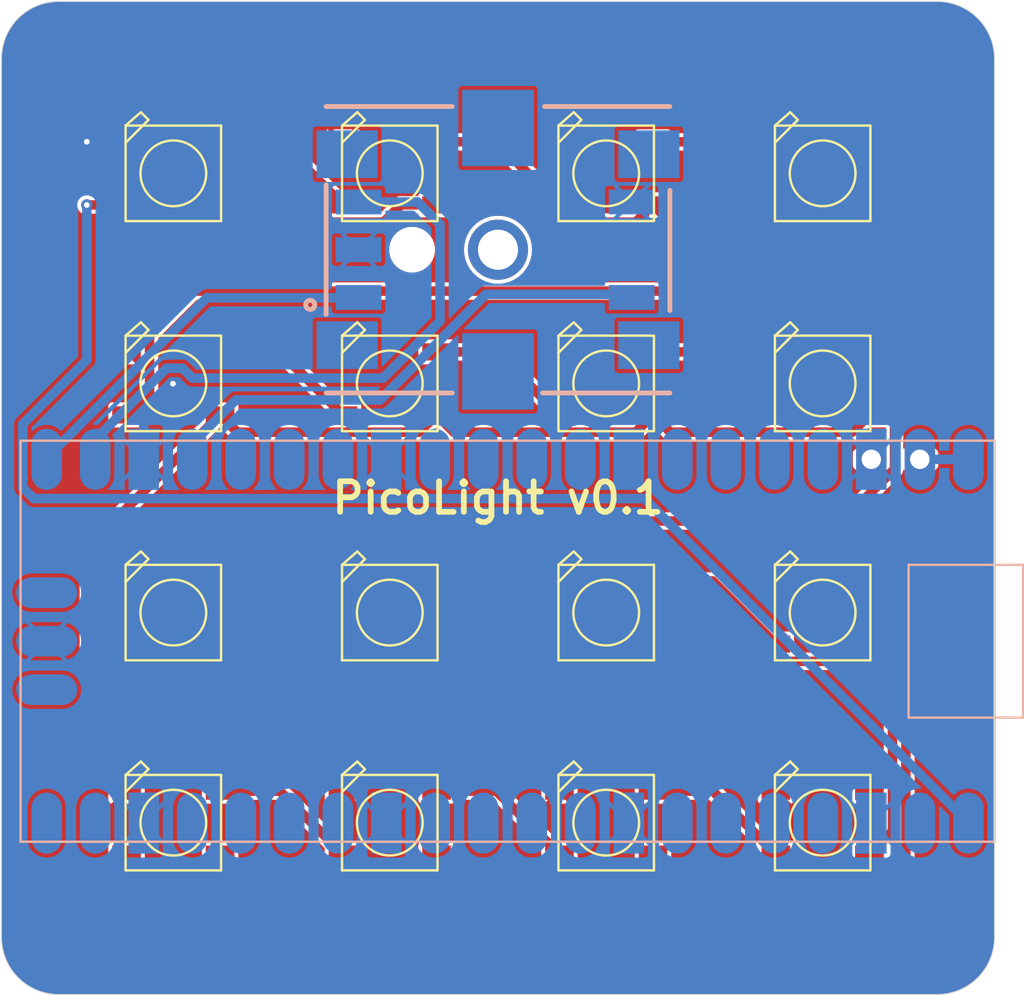
<source format=kicad_pcb>
(kicad_pcb (version 20221018) (generator pcbnew)
  (layers (0 "F.Cu" signal) (31 "B.Cu" signal) (34 "B.Paste" user) (35 "F.Paste" user) (36 "B.SilkS" user "B.Silkscreen") (37 "F.SilkS" user "F.Silkscreen") (38 "B.Mask" user) (39 "F.Mask" user) (44 "Edge.Cuts" user))
  (net 0 "")
  (net 1 "GND")
  (net 2 "/GP0")
  (net 3 "Net-(LED1-DO)")
  (net 4 "/VSYS")
  (net 5 "Net-(LED2-DO)")
  (net 6 "Net-(LED3-DO)")
  (net 7 "Net-(LED4-DO)")
  (net 8 "Net-(LED5-DO)")
  (net 9 "Net-(LED6-DO)")
  (net 10 "Net-(LED7-DO)")
  (net 11 "Net-(LED8-DO)")
  (net 12 "Net-(LED10-DI)")
  (net 13 "Net-(LED10-DO)")
  (net 14 "VCC")
  (net 15 "Net-(LED11-DO)")
  (net 16 "Net-(LED12-DO)")
  (net 17 "Net-(LED13-DO)")
  (net 18 "Net-(LED14-DO)")
  (net 19 "Net-(LED15-DO)")
  (net 38 "/G16")
  (net 39 "/G17")
  (net 40 "/G18")
  (footprint "neopixel_studio_light:WS2812B" (layer "F.Cu") (at 165.501093 99.0036)
    (fp_text reference "LED8" hide)
    (fp_text value "WS2812B5050" hide)
    (fp_line (start -2.5 -2.5) (end -1.6 -2.5) (stroke (width 0.127)) (layer "F.SilkS"))
    (fp_line (start -2.5 -1.6) (end -2.5 -2.5) (stroke (width 0.127)) (layer "F.SilkS"))
    (fp_line (start -2.5 -1.6) (end -1.6 -2.5) (stroke (width 0.127)) (layer "F.SilkS"))
    (fp_line (start -2.5 2.5) (end -2.5 -1.6) (stroke (width 0.127)) (layer "F.SilkS"))
    (fp_line (start -1.7 -3.2) (end -2.5 -2.5) (stroke (width 0.127)) (layer "F.SilkS"))
    (fp_line (start -1.6 -2.5) (end -1.3 -2.8) (stroke (width 0.127)) (layer "F.SilkS"))
    (fp_line (start -1.6 -2.5) (end 2.5 -2.5) (stroke (width 0.127)) (layer "F.SilkS"))
    (fp_line (start -1.3 -2.8) (end -1.7 -3.2) (stroke (width 0.127)) (layer "F.SilkS"))
    (fp_line (start 2.5 -2.5) (end 2.5 2.5) (stroke (width 0.127)) (layer "F.SilkS"))
    (fp_line (start 2.5 2.5) (end -2.5 2.5) (stroke (width 0.127)) (layer "F.SilkS"))
    (fp_circle (center 0 0) (end 1.720462 0) (stroke (width 0.127)) (fill none) (layer "F.SilkS"))
    (pad "1-VDD" smd rect (at 2.45 1.65 180) (size 1.5 0.9) (layers "F.Cu" "F.Paste" "F.Mask") (net 4 "/VSYS"))
    (pad "2-DOUT" smd rect (at 2.45 -1.65 180) (size 1.5 0.9) (layers "F.Cu" "F.Paste" "F.Mask") (net 11 "Net-(LED8-DO)"))
    (pad "3-GND" smd rect (at -2.45 -1.65 180) (size 1.5 0.9) (layers "F.Cu" "F.Paste" "F.Mask") (net 1 "GND"))
    (pad "4-DIN" smd rect (at -2.45 1.65 180) (size 1.5 0.9) (layers "F.Cu" "F.Paste" "F.Mask") (net 10 "Net-(LED7-DO)"))
  )
  (footprint "neopixel_studio_light:WS2812B" (layer "F.Cu") (at 142.834431 99.0036)
    (fp_text reference "LED6" hide)
    (fp_text value "WS2812B5050" hide)
    (fp_line (start -2.5 -2.5) (end -1.6 -2.5) (stroke (width 0.127)) (layer "F.SilkS"))
    (fp_line (start -2.5 -1.6) (end -2.5 -2.5) (stroke (width 0.127)) (layer "F.SilkS"))
    (fp_line (start -2.5 -1.6) (end -1.6 -2.5) (stroke (width 0.127)) (layer "F.SilkS"))
    (fp_line (start -2.5 2.5) (end -2.5 -1.6) (stroke (width 0.127)) (layer "F.SilkS"))
    (fp_line (start -1.7 -3.2) (end -2.5 -2.5) (stroke (width 0.127)) (layer "F.SilkS"))
    (fp_line (start -1.6 -2.5) (end -1.3 -2.8) (stroke (width 0.127)) (layer "F.SilkS"))
    (fp_line (start -1.6 -2.5) (end 2.5 -2.5) (stroke (width 0.127)) (layer "F.SilkS"))
    (fp_line (start -1.3 -2.8) (end -1.7 -3.2) (stroke (width 0.127)) (layer "F.SilkS"))
    (fp_line (start 2.5 -2.5) (end 2.5 2.5) (stroke (width 0.127)) (layer "F.SilkS"))
    (fp_line (start 2.5 2.5) (end -2.5 2.5) (stroke (width 0.127)) (layer "F.SilkS"))
    (fp_circle (center 0 0) (end 1.720462 0) (stroke (width 0.127)) (fill none) (layer "F.SilkS"))
    (pad "1-VDD" smd rect (at 2.45 1.65 180) (size 1.5 0.9) (layers "F.Cu" "F.Paste" "F.Mask") (net 4 "/VSYS"))
    (pad "2-DOUT" smd rect (at 2.45 -1.65 180) (size 1.5 0.9) (layers "F.Cu" "F.Paste" "F.Mask") (net 9 "Net-(LED6-DO)"))
    (pad "3-GND" smd rect (at -2.45 -1.65 180) (size 1.5 0.9) (layers "F.Cu" "F.Paste" "F.Mask") (net 1 "GND"))
    (pad "4-DIN" smd rect (at -2.45 1.65 180) (size 1.5 0.9) (layers "F.Cu" "F.Paste" "F.Mask") (net 8 "Net-(LED5-DO)"))
  )
  (footprint "neopixel_studio_light:WS2812B" (layer "F.Cu") (at 154.167762 111.0036)
    (fp_text reference "LED11" hide)
    (fp_text value "WS2812B5050" hide)
    (fp_line (start -2.5 -2.5) (end -1.6 -2.5) (stroke (width 0.127)) (layer "F.SilkS"))
    (fp_line (start -2.5 -1.6) (end -2.5 -2.5) (stroke (width 0.127)) (layer "F.SilkS"))
    (fp_line (start -2.5 -1.6) (end -1.6 -2.5) (stroke (width 0.127)) (layer "F.SilkS"))
    (fp_line (start -2.5 2.5) (end -2.5 -1.6) (stroke (width 0.127)) (layer "F.SilkS"))
    (fp_line (start -1.7 -3.2) (end -2.5 -2.5) (stroke (width 0.127)) (layer "F.SilkS"))
    (fp_line (start -1.6 -2.5) (end -1.3 -2.8) (stroke (width 0.127)) (layer "F.SilkS"))
    (fp_line (start -1.6 -2.5) (end 2.5 -2.5) (stroke (width 0.127)) (layer "F.SilkS"))
    (fp_line (start -1.3 -2.8) (end -1.7 -3.2) (stroke (width 0.127)) (layer "F.SilkS"))
    (fp_line (start 2.5 -2.5) (end 2.5 2.5) (stroke (width 0.127)) (layer "F.SilkS"))
    (fp_line (start 2.5 2.5) (end -2.5 2.5) (stroke (width 0.127)) (layer "F.SilkS"))
    (fp_circle (center 0 0) (end 1.720462 0) (stroke (width 0.127)) (fill none) (layer "F.SilkS"))
    (pad "1-VDD" smd rect (at 2.45 1.65 180) (size 1.5 0.9) (layers "F.Cu" "F.Paste" "F.Mask") (net 4 "/VSYS"))
    (pad "2-DOUT" smd rect (at 2.45 -1.65 180) (size 1.5 0.9) (layers "F.Cu" "F.Paste" "F.Mask") (net 15 "Net-(LED11-DO)"))
    (pad "3-GND" smd rect (at -2.45 -1.65 180) (size 1.5 0.9) (layers "F.Cu" "F.Paste" "F.Mask") (net 1 "GND"))
    (pad "4-DIN" smd rect (at -2.45 1.65 180) (size 1.5 0.9) (layers "F.Cu" "F.Paste" "F.Mask") (net 13 "Net-(LED10-DO)"))
  )
  (footprint "neopixel_studio_light:WS2812B" (layer "F.Cu") (at 142.834431 122.0036)
    (fp_text reference "LED14" hide)
    (fp_text value "WS2812B5050" hide)
    (fp_line (start -2.5 -2.5) (end -1.6 -2.5) (stroke (width 0.127)) (layer "F.SilkS"))
    (fp_line (start -2.5 -1.6) (end -2.5 -2.5) (stroke (width 0.127)) (layer "F.SilkS"))
    (fp_line (start -2.5 -1.6) (end -1.6 -2.5) (stroke (width 0.127)) (layer "F.SilkS"))
    (fp_line (start -2.5 2.5) (end -2.5 -1.6) (stroke (width 0.127)) (layer "F.SilkS"))
    (fp_line (start -1.7 -3.2) (end -2.5 -2.5) (stroke (width 0.127)) (layer "F.SilkS"))
    (fp_line (start -1.6 -2.5) (end -1.3 -2.8) (stroke (width 0.127)) (layer "F.SilkS"))
    (fp_line (start -1.6 -2.5) (end 2.5 -2.5) (stroke (width 0.127)) (layer "F.SilkS"))
    (fp_line (start -1.3 -2.8) (end -1.7 -3.2) (stroke (width 0.127)) (layer "F.SilkS"))
    (fp_line (start 2.5 -2.5) (end 2.5 2.5) (stroke (width 0.127)) (layer "F.SilkS"))
    (fp_line (start 2.5 2.5) (end -2.5 2.5) (stroke (width 0.127)) (layer "F.SilkS"))
    (fp_circle (center 0 0) (end 1.720462 0) (stroke (width 0.127)) (fill none) (layer "F.SilkS"))
    (pad "1-VDD" smd rect (at 2.45 1.65 180) (size 1.5 0.9) (layers "F.Cu" "F.Paste" "F.Mask") (net 4 "/VSYS"))
    (pad "2-DOUT" smd rect (at 2.45 -1.65 180) (size 1.5 0.9) (layers "F.Cu" "F.Paste" "F.Mask") (net 18 "Net-(LED14-DO)"))
    (pad "3-GND" smd rect (at -2.45 -1.65 180) (size 1.5 0.9) (layers "F.Cu" "F.Paste" "F.Mask") (net 1 "GND"))
    (pad "4-DIN" smd rect (at -2.45 1.65 180) (size 1.5 0.9) (layers "F.Cu" "F.Paste" "F.Mask") (net 17 "Net-(LED13-DO)"))
  )
  (footprint "neopixel_studio_light:WS2812B" (layer "F.Cu") (at 154.167762 88.0036)
    (fp_text reference "LED3" hide)
    (fp_text value "WS2812B5050" hide)
    (fp_line (start -2.5 -2.5) (end -1.6 -2.5) (stroke (width 0.127)) (layer "F.SilkS"))
    (fp_line (start -2.5 -1.6) (end -2.5 -2.5) (stroke (width 0.127)) (layer "F.SilkS"))
    (fp_line (start -2.5 -1.6) (end -1.6 -2.5) (stroke (width 0.127)) (layer "F.SilkS"))
    (fp_line (start -2.5 2.5) (end -2.5 -1.6) (stroke (width 0.127)) (layer "F.SilkS"))
    (fp_line (start -1.7 -3.2) (end -2.5 -2.5) (stroke (width 0.127)) (layer "F.SilkS"))
    (fp_line (start -1.6 -2.5) (end -1.3 -2.8) (stroke (width 0.127)) (layer "F.SilkS"))
    (fp_line (start -1.6 -2.5) (end 2.5 -2.5) (stroke (width 0.127)) (layer "F.SilkS"))
    (fp_line (start -1.3 -2.8) (end -1.7 -3.2) (stroke (width 0.127)) (layer "F.SilkS"))
    (fp_line (start 2.5 -2.5) (end 2.5 2.5) (stroke (width 0.127)) (layer "F.SilkS"))
    (fp_line (start 2.5 2.5) (end -2.5 2.5) (stroke (width 0.127)) (layer "F.SilkS"))
    (fp_circle (center 0 0) (end 1.720462 0) (stroke (width 0.127)) (fill none) (layer "F.SilkS"))
    (pad "1-VDD" smd rect (at 2.45 1.65 180) (size 1.5 0.9) (layers "F.Cu" "F.Paste" "F.Mask") (net 4 "/VSYS"))
    (pad "2-DOUT" smd rect (at 2.45 -1.65 180) (size 1.5 0.9) (layers "F.Cu" "F.Paste" "F.Mask") (net 6 "Net-(LED3-DO)"))
    (pad "3-GND" smd rect (at -2.45 -1.65 180) (size 1.5 0.9) (layers "F.Cu" "F.Paste" "F.Mask") (net 1 "GND"))
    (pad "4-DIN" smd rect (at -2.45 1.65 180) (size 1.5 0.9) (layers "F.Cu" "F.Paste" "F.Mask") (net 5 "Net-(LED2-DO)"))
  )
  (footprint "neopixel_studio_light:1X02" (layer "F.Cu") (at 169.31845 102.978438)
    (fp_text reference "JP1" hide)
    (fp_text value "PINHD-1X2" hide)
    (pad "1" thru_hole roundrect (at -1.27 0 90) (size 1.524 1.524) (drill 1.016) (layers "*.Cu" "*.Mask") (chamfer_ratio 0.2928932188) (chamfer top_left top_right bottom_left bottom_right) (net 1 "GND"))
    (pad "2" thru_hole roundrect (at 1.27 0 90) (size 1.524 1.524) (drill 1.016) (layers "*.Cu" "*.Mask") (chamfer_ratio 0.2928932188) (chamfer top_left top_right bottom_left bottom_right) (net 14 "VCC"))
  )
  (footprint "neopixel_studio_light:WS2812B" (layer "F.Cu") (at 154.167762 99.0036)
    (fp_text reference "LED7" hide)
    (fp_text value "WS2812B5050" hide)
    (fp_line (start -2.5 -2.5) (end -1.6 -2.5) (stroke (width 0.127)) (layer "F.SilkS"))
    (fp_line (start -2.5 -1.6) (end -2.5 -2.5) (stroke (width 0.127)) (layer "F.SilkS"))
    (fp_line (start -2.5 -1.6) (end -1.6 -2.5) (stroke (width 0.127)) (layer "F.SilkS"))
    (fp_line (start -2.5 2.5) (end -2.5 -1.6) (stroke (width 0.127)) (layer "F.SilkS"))
    (fp_line (start -1.7 -3.2) (end -2.5 -2.5) (stroke (width 0.127)) (layer "F.SilkS"))
    (fp_line (start -1.6 -2.5) (end -1.3 -2.8) (stroke (width 0.127)) (layer "F.SilkS"))
    (fp_line (start -1.6 -2.5) (end 2.5 -2.5) (stroke (width 0.127)) (layer "F.SilkS"))
    (fp_line (start -1.3 -2.8) (end -1.7 -3.2) (stroke (width 0.127)) (layer "F.SilkS"))
    (fp_line (start 2.5 -2.5) (end 2.5 2.5) (stroke (width 0.127)) (layer "F.SilkS"))
    (fp_line (start 2.5 2.5) (end -2.5 2.5) (stroke (width 0.127)) (layer "F.SilkS"))
    (fp_circle (center 0 0) (end 1.720462 0) (stroke (width 0.127)) (fill none) (layer "F.SilkS"))
    (pad "1-VDD" smd rect (at 2.45 1.65 180) (size 1.5 0.9) (layers "F.Cu" "F.Paste" "F.Mask") (net 4 "/VSYS"))
    (pad "2-DOUT" smd rect (at 2.45 -1.65 180) (size 1.5 0.9) (layers "F.Cu" "F.Paste" "F.Mask") (net 10 "Net-(LED7-DO)"))
    (pad "3-GND" smd rect (at -2.45 -1.65 180) (size 1.5 0.9) (layers "F.Cu" "F.Paste" "F.Mask") (net 1 "GND"))
    (pad "4-DIN" smd rect (at -2.45 1.65 180) (size 1.5 0.9) (layers "F.Cu" "F.Paste" "F.Mask") (net 9 "Net-(LED6-DO)"))
  )
  (footprint "neopixel_studio_light:WS2812B" (layer "F.Cu") (at 165.501093 122.0036)
    (fp_text reference "LED16" hide)
    (fp_text value "WS2812B5050" hide)
    (fp_line (start -2.5 -2.5) (end -1.6 -2.5) (stroke (width 0.127)) (layer "F.SilkS"))
    (fp_line (start -2.5 -1.6) (end -2.5 -2.5) (stroke (width 0.127)) (layer "F.SilkS"))
    (fp_line (start -2.5 -1.6) (end -1.6 -2.5) (stroke (width 0.127)) (layer "F.SilkS"))
    (fp_line (start -2.5 2.5) (end -2.5 -1.6) (stroke (width 0.127)) (layer "F.SilkS"))
    (fp_line (start -1.7 -3.2) (end -2.5 -2.5) (stroke (width 0.127)) (layer "F.SilkS"))
    (fp_line (start -1.6 -2.5) (end -1.3 -2.8) (stroke (width 0.127)) (layer "F.SilkS"))
    (fp_line (start -1.6 -2.5) (end 2.5 -2.5) (stroke (width 0.127)) (layer "F.SilkS"))
    (fp_line (start -1.3 -2.8) (end -1.7 -3.2) (stroke (width 0.127)) (layer "F.SilkS"))
    (fp_line (start 2.5 -2.5) (end 2.5 2.5) (stroke (width 0.127)) (layer "F.SilkS"))
    (fp_line (start 2.5 2.5) (end -2.5 2.5) (stroke (width 0.127)) (layer "F.SilkS"))
    (fp_circle (center 0 0) (end 1.720462 0) (stroke (width 0.127)) (fill none) (layer "F.SilkS"))
    (pad "1-VDD" smd rect (at 2.45 1.65 180) (size 1.5 0.9) (layers "F.Cu" "F.Paste" "F.Mask") (net 4 "/VSYS"))
    (pad "2-DOUT" smd rect (at 2.45 -1.65 180) (size 1.5 0.9) (layers "F.Cu" "F.Paste" "F.Mask"))
    (pad "3-GND" smd rect (at -2.45 -1.65 180) (size 1.5 0.9) (layers "F.Cu" "F.Paste" "F.Mask") (net 1 "GND"))
    (pad "4-DIN" smd rect (at -2.45 1.65 180) (size 1.5 0.9) (layers "F.Cu" "F.Paste" "F.Mask") (net 19 "Net-(LED15-DO)"))
  )
  (footprint "neopixel_studio_light:WS2812B" (layer "F.Cu") (at 165.5011 88.0036)
    (fp_text reference "LED4" hide)
    (fp_text value "WS2812B5050" hide)
    (fp_line (start -2.5 -2.5) (end -1.6 -2.5) (stroke (width 0.127)) (layer "F.SilkS"))
    (fp_line (start -2.5 -1.6) (end -2.5 -2.5) (stroke (width 0.127)) (layer "F.SilkS"))
    (fp_line (start -2.5 -1.6) (end -1.6 -2.5) (stroke (width 0.127)) (layer "F.SilkS"))
    (fp_line (start -2.5 2.5) (end -2.5 -1.6) (stroke (width 0.127)) (layer "F.SilkS"))
    (fp_line (start -1.7 -3.2) (end -2.5 -2.5) (stroke (width 0.127)) (layer "F.SilkS"))
    (fp_line (start -1.6 -2.5) (end -1.3 -2.8) (stroke (width 0.127)) (layer "F.SilkS"))
    (fp_line (start -1.6 -2.5) (end 2.5 -2.5) (stroke (width 0.127)) (layer "F.SilkS"))
    (fp_line (start -1.3 -2.8) (end -1.7 -3.2) (stroke (width 0.127)) (layer "F.SilkS"))
    (fp_line (start 2.5 -2.5) (end 2.5 2.5) (stroke (width 0.127)) (layer "F.SilkS"))
    (fp_line (start 2.5 2.5) (end -2.5 2.5) (stroke (width 0.127)) (layer "F.SilkS"))
    (fp_circle (center 0 0) (end 1.720462 0) (stroke (width 0.127)) (fill none) (layer "F.SilkS"))
    (pad "1-VDD" smd rect (at 2.45 1.65 180) (size 1.5 0.9) (layers "F.Cu" "F.Paste" "F.Mask") (net 4 "/VSYS"))
    (pad "2-DOUT" smd rect (at 2.45 -1.65 180) (size 1.5 0.9) (layers "F.Cu" "F.Paste" "F.Mask") (net 7 "Net-(LED4-DO)"))
    (pad "3-GND" smd rect (at -2.45 -1.65 180) (size 1.5 0.9) (layers "F.Cu" "F.Paste" "F.Mask") (net 1 "GND"))
    (pad "4-DIN" smd rect (at -2.45 1.65 180) (size 1.5 0.9) (layers "F.Cu" "F.Paste" "F.Mask") (net 6 "Net-(LED3-DO)"))
  )
  (footprint "neopixel_studio_light:WS2812B" (layer "F.Cu") (at 131.5011 88.0036)
    (fp_text reference "LED1" hide)
    (fp_text value "WS2812B5050" hide)
    (fp_line (start -2.5 -2.5) (end -1.6 -2.5) (stroke (width 0.127)) (layer "F.SilkS"))
    (fp_line (start -2.5 -1.6) (end -2.5 -2.5) (stroke (width 0.127)) (layer "F.SilkS"))
    (fp_line (start -2.5 -1.6) (end -1.6 -2.5) (stroke (width 0.127)) (layer "F.SilkS"))
    (fp_line (start -2.5 2.5) (end -2.5 -1.6) (stroke (width 0.127)) (layer "F.SilkS"))
    (fp_line (start -1.7 -3.2) (end -2.5 -2.5) (stroke (width 0.127)) (layer "F.SilkS"))
    (fp_line (start -1.6 -2.5) (end -1.3 -2.8) (stroke (width 0.127)) (layer "F.SilkS"))
    (fp_line (start -1.6 -2.5) (end 2.5 -2.5) (stroke (width 0.127)) (layer "F.SilkS"))
    (fp_line (start -1.3 -2.8) (end -1.7 -3.2) (stroke (width 0.127)) (layer "F.SilkS"))
    (fp_line (start 2.5 -2.5) (end 2.5 2.5) (stroke (width 0.127)) (layer "F.SilkS"))
    (fp_line (start 2.5 2.5) (end -2.5 2.5) (stroke (width 0.127)) (layer "F.SilkS"))
    (fp_circle (center 0 0) (end 1.720462 0) (stroke (width 0.127)) (fill none) (layer "F.SilkS"))
    (pad "1-VDD" smd rect (at 2.45 1.65 180) (size 1.5 0.9) (layers "F.Cu" "F.Paste" "F.Mask") (net 4 "/VSYS"))
    (pad "2-DOUT" smd rect (at 2.45 -1.65 180) (size 1.5 0.9) (layers "F.Cu" "F.Paste" "F.Mask") (net 3 "Net-(LED1-DO)"))
    (pad "3-GND" smd rect (at -2.45 -1.65 180) (size 1.5 0.9) (layers "F.Cu" "F.Paste" "F.Mask") (net 1 "GND"))
    (pad "4-DIN" smd rect (at -2.45 1.65 180) (size 1.5 0.9) (layers "F.Cu" "F.Paste" "F.Mask") (net 2 "/GP0"))
  )
  (footprint "neopixel_studio_light:WS2812B" (layer "F.Cu") (at 131.5011 111.0036)
    (fp_text reference "LED9" hide)
    (fp_text value "WS2812B5050" hide)
    (fp_line (start -2.5 -2.5) (end -1.6 -2.5) (stroke (width 0.127)) (layer "F.SilkS"))
    (fp_line (start -2.5 -1.6) (end -2.5 -2.5) (stroke (width 0.127)) (layer "F.SilkS"))
    (fp_line (start -2.5 -1.6) (end -1.6 -2.5) (stroke (width 0.127)) (layer "F.SilkS"))
    (fp_line (start -2.5 2.5) (end -2.5 -1.6) (stroke (width 0.127)) (layer "F.SilkS"))
    (fp_line (start -1.7 -3.2) (end -2.5 -2.5) (stroke (width 0.127)) (layer "F.SilkS"))
    (fp_line (start -1.6 -2.5) (end -1.3 -2.8) (stroke (width 0.127)) (layer "F.SilkS"))
    (fp_line (start -1.6 -2.5) (end 2.5 -2.5) (stroke (width 0.127)) (layer "F.SilkS"))
    (fp_line (start -1.3 -2.8) (end -1.7 -3.2) (stroke (width 0.127)) (layer "F.SilkS"))
    (fp_line (start 2.5 -2.5) (end 2.5 2.5) (stroke (width 0.127)) (layer "F.SilkS"))
    (fp_line (start 2.5 2.5) (end -2.5 2.5) (stroke (width 0.127)) (layer "F.SilkS"))
    (fp_circle (center 0 0) (end 1.720462 0) (stroke (width 0.127)) (fill none) (layer "F.SilkS"))
    (pad "1-VDD" smd rect (at 2.45 1.65 180) (size 1.5 0.9) (layers "F.Cu" "F.Paste" "F.Mask") (net 4 "/VSYS"))
    (pad "2-DOUT" smd rect (at 2.45 -1.65 180) (size 1.5 0.9) (layers "F.Cu" "F.Paste" "F.Mask") (net 12 "Net-(LED10-DI)"))
    (pad "3-GND" smd rect (at -2.45 -1.65 180) (size 1.5 0.9) (layers "F.Cu" "F.Paste" "F.Mask") (net 1 "GND"))
    (pad "4-DIN" smd rect (at -2.45 1.65 180) (size 1.5 0.9) (layers "F.Cu" "F.Paste" "F.Mask") (net 11 "Net-(LED8-DO)"))
  )
  (footprint "neopixel_studio_light:WS2812B" (layer "F.Cu") (at 142.834431 111.0036)
    (fp_text reference "LED10" hide)
    (fp_text value "WS2812B5050" hide)
    (fp_line (start -2.5 -2.5) (end -1.6 -2.5) (stroke (width 0.127)) (layer "F.SilkS"))
    (fp_line (start -2.5 -1.6) (end -2.5 -2.5) (stroke (width 0.127)) (layer "F.SilkS"))
    (fp_line (start -2.5 -1.6) (end -1.6 -2.5) (stroke (width 0.127)) (layer "F.SilkS"))
    (fp_line (start -2.5 2.5) (end -2.5 -1.6) (stroke (width 0.127)) (layer "F.SilkS"))
    (fp_line (start -1.7 -3.2) (end -2.5 -2.5) (stroke (width 0.127)) (layer "F.SilkS"))
    (fp_line (start -1.6 -2.5) (end -1.3 -2.8) (stroke (width 0.127)) (layer "F.SilkS"))
    (fp_line (start -1.6 -2.5) (end 2.5 -2.5) (stroke (width 0.127)) (layer "F.SilkS"))
    (fp_line (start -1.3 -2.8) (end -1.7 -3.2) (stroke (width 0.127)) (layer "F.SilkS"))
    (fp_line (start 2.5 -2.5) (end 2.5 2.5) (stroke (width 0.127)) (layer "F.SilkS"))
    (fp_line (start 2.5 2.5) (end -2.5 2.5) (stroke (width 0.127)) (layer "F.SilkS"))
    (fp_circle (center 0 0) (end 1.720462 0) (stroke (width 0.127)) (fill none) (layer "F.SilkS"))
    (pad "1-VDD" smd rect (at 2.45 1.65 180) (size 1.5 0.9) (layers "F.Cu" "F.Paste" "F.Mask") (net 4 "/VSYS"))
    (pad "2-DOUT" smd rect (at 2.45 -1.65 180) (size 1.5 0.9) (layers "F.Cu" "F.Paste" "F.Mask") (net 13 "Net-(LED10-DO)"))
    (pad "3-GND" smd rect (at -2.45 -1.65 180) (size 1.5 0.9) (layers "F.Cu" "F.Paste" "F.Mask") (net 1 "GND"))
    (pad "4-DIN" smd rect (at -2.45 1.65 180) (size 1.5 0.9) (layers "F.Cu" "F.Paste" "F.Mask") (net 12 "Net-(LED10-DI)"))
  )
  (footprint "neopixel_studio_light:WS2812B" (layer "F.Cu") (at 142.834431 88.0036)
    (fp_text reference "LED2" hide)
    (fp_text value "WS2812B5050" hide)
    (fp_line (start -2.5 -2.5) (end -1.6 -2.5) (stroke (width 0.127)) (layer "F.SilkS"))
    (fp_line (start -2.5 -1.6) (end -2.5 -2.5) (stroke (width 0.127)) (layer "F.SilkS"))
    (fp_line (start -2.5 -1.6) (end -1.6 -2.5) (stroke (width 0.127)) (layer "F.SilkS"))
    (fp_line (start -2.5 2.5) (end -2.5 -1.6) (stroke (width 0.127)) (layer "F.SilkS"))
    (fp_line (start -1.7 -3.2) (end -2.5 -2.5) (stroke (width 0.127)) (layer "F.SilkS"))
    (fp_line (start -1.6 -2.5) (end -1.3 -2.8) (stroke (width 0.127)) (layer "F.SilkS"))
    (fp_line (start -1.6 -2.5) (end 2.5 -2.5) (stroke (width 0.127)) (layer "F.SilkS"))
    (fp_line (start -1.3 -2.8) (end -1.7 -3.2) (stroke (width 0.127)) (layer "F.SilkS"))
    (fp_line (start 2.5 -2.5) (end 2.5 2.5) (stroke (width 0.127)) (layer "F.SilkS"))
    (fp_line (start 2.5 2.5) (end -2.5 2.5) (stroke (width 0.127)) (layer "F.SilkS"))
    (fp_circle (center 0 0) (end 1.720462 0) (stroke (width 0.127)) (fill none) (layer "F.SilkS"))
    (pad "1-VDD" smd rect (at 2.45 1.65 180) (size 1.5 0.9) (layers "F.Cu" "F.Paste" "F.Mask") (net 4 "/VSYS"))
    (pad "2-DOUT" smd rect (at 2.45 -1.65 180) (size 1.5 0.9) (layers "F.Cu" "F.Paste" "F.Mask") (net 5 "Net-(LED2-DO)"))
    (pad "3-GND" smd rect (at -2.45 -1.65 180) (size 1.5 0.9) (layers "F.Cu" "F.Paste" "F.Mask") (net 1 "GND"))
    (pad "4-DIN" smd rect (at -2.45 1.65 180) (size 1.5 0.9) (layers "F.Cu" "F.Paste" "F.Mask") (net 3 "Net-(LED1-DO)"))
  )
  (footprint "neopixel_studio_light:WS2812B" (layer "F.Cu") (at 131.5011 122.0036)
    (fp_text reference "LED13" hide)
    (fp_text value "WS2812B5050" hide)
    (fp_line (start -2.5 -2.5) (end -1.6 -2.5) (stroke (width 0.127)) (layer "F.SilkS"))
    (fp_line (start -2.5 -1.6) (end -2.5 -2.5) (stroke (width 0.127)) (layer "F.SilkS"))
    (fp_line (start -2.5 -1.6) (end -1.6 -2.5) (stroke (width 0.127)) (layer "F.SilkS"))
    (fp_line (start -2.5 2.5) (end -2.5 -1.6) (stroke (width 0.127)) (layer "F.SilkS"))
    (fp_line (start -1.7 -3.2) (end -2.5 -2.5) (stroke (width 0.127)) (layer "F.SilkS"))
    (fp_line (start -1.6 -2.5) (end -1.3 -2.8) (stroke (width 0.127)) (layer "F.SilkS"))
    (fp_line (start -1.6 -2.5) (end 2.5 -2.5) (stroke (width 0.127)) (layer "F.SilkS"))
    (fp_line (start -1.3 -2.8) (end -1.7 -3.2) (stroke (width 0.127)) (layer "F.SilkS"))
    (fp_line (start 2.5 -2.5) (end 2.5 2.5) (stroke (width 0.127)) (layer "F.SilkS"))
    (fp_line (start 2.5 2.5) (end -2.5 2.5) (stroke (width 0.127)) (layer "F.SilkS"))
    (fp_circle (center 0 0) (end 1.720462 0) (stroke (width 0.127)) (fill none) (layer "F.SilkS"))
    (pad "1-VDD" smd rect (at 2.45 1.65 180) (size 1.5 0.9) (layers "F.Cu" "F.Paste" "F.Mask") (net 4 "/VSYS"))
    (pad "2-DOUT" smd rect (at 2.45 -1.65 180) (size 1.5 0.9) (layers "F.Cu" "F.Paste" "F.Mask") (net 17 "Net-(LED13-DO)"))
    (pad "3-GND" smd rect (at -2.45 -1.65 180) (size 1.5 0.9) (layers "F.Cu" "F.Paste" "F.Mask") (net 1 "GND"))
    (pad "4-DIN" smd rect (at -2.45 1.65 180) (size 1.5 0.9) (layers "F.Cu" "F.Paste" "F.Mask") (net 16 "Net-(LED12-DO)"))
  )
  (footprint "neopixel_studio_light:WS2812B" (layer "F.Cu") (at 165.501093 111.0036)
    (fp_text reference "LED12" hide)
    (fp_text value "WS2812B5050" hide)
    (fp_line (start -2.5 -2.5) (end -1.6 -2.5) (stroke (width 0.127)) (layer "F.SilkS"))
    (fp_line (start -2.5 -1.6) (end -2.5 -2.5) (stroke (width 0.127)) (layer "F.SilkS"))
    (fp_line (start -2.5 -1.6) (end -1.6 -2.5) (stroke (width 0.127)) (layer "F.SilkS"))
    (fp_line (start -2.5 2.5) (end -2.5 -1.6) (stroke (width 0.127)) (layer "F.SilkS"))
    (fp_line (start -1.7 -3.2) (end -2.5 -2.5) (stroke (width 0.127)) (layer "F.SilkS"))
    (fp_line (start -1.6 -2.5) (end -1.3 -2.8) (stroke (width 0.127)) (layer "F.SilkS"))
    (fp_line (start -1.6 -2.5) (end 2.5 -2.5) (stroke (width 0.127)) (layer "F.SilkS"))
    (fp_line (start -1.3 -2.8) (end -1.7 -3.2) (stroke (width 0.127)) (layer "F.SilkS"))
    (fp_line (start 2.5 -2.5) (end 2.5 2.5) (stroke (width 0.127)) (layer "F.SilkS"))
    (fp_line (start 2.5 2.5) (end -2.5 2.5) (stroke (width 0.127)) (layer "F.SilkS"))
    (fp_circle (center 0 0) (end 1.720462 0) (stroke (width 0.127)) (fill none) (layer "F.SilkS"))
    (pad "1-VDD" smd rect (at 2.45 1.65 180) (size 1.5 0.9) (layers "F.Cu" "F.Paste" "F.Mask") (net 4 "/VSYS"))
    (pad "2-DOUT" smd rect (at 2.45 -1.65 180) (size 1.5 0.9) (layers "F.Cu" "F.Paste" "F.Mask") (net 16 "Net-(LED12-DO)"))
    (pad "3-GND" smd rect (at -2.45 -1.65 180) (size 1.5 0.9) (layers "F.Cu" "F.Paste" "F.Mask") (net 1 "GND"))
    (pad "4-DIN" smd rect (at -2.45 1.65 180) (size 1.5 0.9) (layers "F.Cu" "F.Paste" "F.Mask") (net 15 "Net-(LED11-DO)"))
  )
  (footprint "neopixel_studio_light:WS2812B" (layer "F.Cu") (at 154.167762 122.0036)
    (fp_text reference "LED15" hide)
    (fp_text value "WS2812B5050" hide)
    (fp_line (start -2.5 -2.5) (end -1.6 -2.5) (stroke (width 0.127)) (layer "F.SilkS"))
    (fp_line (start -2.5 -1.6) (end -2.5 -2.5) (stroke (width 0.127)) (layer "F.SilkS"))
    (fp_line (start -2.5 -1.6) (end -1.6 -2.5) (stroke (width 0.127)) (layer "F.SilkS"))
    (fp_line (start -2.5 2.5) (end -2.5 -1.6) (stroke (width 0.127)) (layer "F.SilkS"))
    (fp_line (start -1.7 -3.2) (end -2.5 -2.5) (stroke (width 0.127)) (layer "F.SilkS"))
    (fp_line (start -1.6 -2.5) (end -1.3 -2.8) (stroke (width 0.127)) (layer "F.SilkS"))
    (fp_line (start -1.6 -2.5) (end 2.5 -2.5) (stroke (width 0.127)) (layer "F.SilkS"))
    (fp_line (start -1.3 -2.8) (end -1.7 -3.2) (stroke (width 0.127)) (layer "F.SilkS"))
    (fp_line (start 2.5 -2.5) (end 2.5 2.5) (stroke (width 0.127)) (layer "F.SilkS"))
    (fp_line (start 2.5 2.5) (end -2.5 2.5) (stroke (width 0.127)) (layer "F.SilkS"))
    (fp_circle (center 0 0) (end 1.720462 0) (stroke (width 0.127)) (fill none) (layer "F.SilkS"))
    (pad "1-VDD" smd rect (at 2.45 1.65 180) (size 1.5 0.9) (layers "F.Cu" "F.Paste" "F.Mask") (net 4 "/VSYS"))
    (pad "2-DOUT" smd rect (at 2.45 -1.65 180) (size 1.5 0.9) (layers "F.Cu" "F.Paste" "F.Mask") (net 19 "Net-(LED15-DO)"))
    (pad "3-GND" smd rect (at -2.45 -1.65 180) (size 1.5 0.9) (layers "F.Cu" "F.Paste" "F.Mask") (net 1 "GND"))
    (pad "4-DIN" smd rect (at -2.45 1.65 180) (size 1.5 0.9) (layers "F.Cu" "F.Paste" "F.Mask") (net 18 "Net-(LED14-DO)"))
  )
  (footprint "neopixel_studio_light:WS2812B" (layer "F.Cu") (at 131.5011 99.0036)
    (fp_text reference "LED5" hide)
    (fp_text value "WS2812B5050" hide)
    (fp_line (start -2.5 -2.5) (end -1.6 -2.5) (stroke (width 0.127)) (layer "F.SilkS"))
    (fp_line (start -2.5 -1.6) (end -2.5 -2.5) (stroke (width 0.127)) (layer "F.SilkS"))
    (fp_line (start -2.5 -1.6) (end -1.6 -2.5) (stroke (width 0.127)) (layer "F.SilkS"))
    (fp_line (start -2.5 2.5) (end -2.5 -1.6) (stroke (width 0.127)) (layer "F.SilkS"))
    (fp_line (start -1.7 -3.2) (end -2.5 -2.5) (stroke (width 0.127)) (layer "F.SilkS"))
    (fp_line (start -1.6 -2.5) (end -1.3 -2.8) (stroke (width 0.127)) (layer "F.SilkS"))
    (fp_line (start -1.6 -2.5) (end 2.5 -2.5) (stroke (width 0.127)) (layer "F.SilkS"))
    (fp_line (start -1.3 -2.8) (end -1.7 -3.2) (stroke (width 0.127)) (layer "F.SilkS"))
    (fp_line (start 2.5 -2.5) (end 2.5 2.5) (stroke (width 0.127)) (layer "F.SilkS"))
    (fp_line (start 2.5 2.5) (end -2.5 2.5) (stroke (width 0.127)) (layer "F.SilkS"))
    (fp_circle (center 0 0) (end 1.720462 0) (stroke (width 0.127)) (fill none) (layer "F.SilkS"))
    (pad "1-VDD" smd rect (at 2.45 1.65 180) (size 1.5 0.9) (layers "F.Cu" "F.Paste" "F.Mask") (net 4 "/VSYS"))
    (pad "2-DOUT" smd rect (at 2.45 -1.65 180) (size 1.5 0.9) (layers "F.Cu" "F.Paste" "F.Mask") (net 8 "Net-(LED5-DO)"))
    (pad "3-GND" smd rect (at -2.45 -1.65 180) (size 1.5 0.9) (layers "F.Cu" "F.Paste" "F.Mask") (net 1 "GND"))
    (pad "4-DIN" smd rect (at -2.45 1.65 180) (size 1.5 0.9) (layers "F.Cu" "F.Paste" "F.Mask") (net 7 "Net-(LED4-DO)"))
  )
  (footprint "neopixel_studio_light:RPI_PICO" (layer "B.Cu") (at 149.0011 112.5036 90)
    (fp_text reference "U$1" hide)
    (fp_text value "RPI_PICO-SMD" hide)
    (fp_line (start -10.5 -25.5) (end -10.5 25.5) (stroke (width 0.127)) (layer "B.SilkS"))
    (fp_line (start -10.5 25.5) (end -4 25.5) (stroke (width 0.127)) (layer "B.SilkS"))
    (fp_line (start -4 21) (end 4 21) (stroke (width 0.127)) (layer "B.SilkS"))
    (fp_line (start -4 25.5) (end -4 21) (stroke (width 0.127)) (layer "B.SilkS"))
    (fp_line (start -4 25.5) (end -4 27) (stroke (width 0.127)) (layer "B.SilkS"))
    (fp_line (start -4 25.5) (end 4 25.5) (stroke (width 0.127)) (layer "B.SilkS"))
    (fp_line (start -4 27) (end 4 27) (stroke (width 0.127)) (layer "B.SilkS"))
    (fp_line (start 4 21) (end 4 25.5) (stroke (width 0.127)) (layer "B.SilkS"))
    (fp_line (start 4 25.5) (end 10.5 25.5) (stroke (width 0.127)) (layer "B.SilkS"))
    (fp_line (start 4 27) (end 4 25.5) (stroke (width 0.127)) (layer "B.SilkS"))
    (fp_line (start 10.5 -25.5) (end -10.5 -25.5) (stroke (width 0.127)) (layer "B.SilkS"))
    (fp_line (start 10.5 25.5) (end 10.5 -25.5) (stroke (width 0.127)) (layer "B.SilkS"))
    (pad "3V3" smd roundrect (at 9.525 13.97) (size 1.6 3.2) (layers "B.Cu" "B.Paste" "B.Mask") (roundrect_rratio 0.5))
    (pad "3V3_EN" smd roundrect (at 9.525 16.51) (size 1.6 3.2) (layers "B.Cu" "B.Paste" "B.Mask") (roundrect_rratio 0.5))
    (pad "ADC_VREF" smd roundrect (at 9.525 11.43) (size 1.6 3.2) (layers "B.Cu" "B.Paste" "B.Mask") (roundrect_rratio 0.5))
    (pad "AGND" smd rect (at 9.525 6.35) (size 1.6 3.2) (layers "B.Cu" "B.Paste" "B.Mask"))
    (pad "GND@1" smd rect (at -9.525 19.05) (size 1.6 3.2) (layers "B.Cu" "B.Paste" "B.Mask") (net 1 "GND"))
    (pad "GND@2" smd rect (at -9.525 6.35) (size 1.6 3.2) (layers "B.Cu" "B.Paste" "B.Mask") (net 1 "GND"))
    (pad "GND@3" smd rect (at -9.525 -6.35) (size 1.6 3.2) (layers "B.Cu" "B.Paste" "B.Mask") (net 1 "GND"))
    (pad "GND@4" smd rect (at -9.525 -19.05) (size 1.6 3.2) (layers "B.Cu" "B.Paste" "B.Mask") (net 1 "GND"))
    (pad "GND@5" smd roundrect (at 0 -24.13 90) (size 1.6 3.2) (layers "B.Cu" "B.Paste" "B.Mask") (roundrect_rratio 0.5) (net 1 "GND"))
    (pad "GND@6" smd rect (at 9.525 -19.05) (size 1.6 3.2) (layers "B.Cu" "B.Paste" "B.Mask") (net 1 "GND"))
    (pad "GND@7" smd rect (at 9.525 -6.35) (size 1.6 3.2) (layers "B.Cu" "B.Paste" "B.Mask") (net 1 "GND"))
    (pad "GND@8" smd rect (at 9.525 19.05) (size 1.6 3.2) (layers "B.Cu" "B.Paste" "B.Mask") (net 1 "GND"))
    (pad "GP0" smd roundrect (at -9.525 24.13) (size 1.6 3.2) (layers "B.Cu" "B.Paste" "B.Mask") (roundrect_rratio 0.5) (net 2 "/GP0"))
    (pad "GP1" smd roundrect (at -9.525 21.59) (size 1.6 3.2) (layers "B.Cu" "B.Paste" "B.Mask") (roundrect_rratio 0.5))
    (pad "GP2" smd roundrect (at -9.525 16.51) (size 1.6 3.2) (layers "B.Cu" "B.Paste" "B.Mask") (roundrect_rratio 0.5))
    (pad "GP3" smd roundrect (at -9.525 13.97) (size 1.6 3.2) (layers "B.Cu" "B.Paste" "B.Mask") (roundrect_rratio 0.5))
    (pad "GP4" smd roundrect (at -9.525 11.43) (size 1.6 3.2) (layers "B.Cu" "B.Paste" "B.Mask") (roundrect_rratio 0.5))
    (pad "GP5" smd roundrect (at -9.525 8.89) (size 1.6 3.2) (layers "B.Cu" "B.Paste" "B.Mask") (roundrect_rratio 0.5))
    (pad "GP6" smd roundrect (at -9.525 3.81) (size 1.6 3.2) (layers "B.Cu" "B.Paste" "B.Mask") (roundrect_rratio 0.5))
    (pad "GP7" smd roundrect (at -9.525 1.27) (size 1.6 3.2) (layers "B.Cu" "B.Paste" "B.Mask") (roundrect_rratio 0.5))
    (pad "GP8" smd roundrect (at -9.525 -1.27) (size 1.6 3.2) (layers "B.Cu" "B.Paste" "B.Mask") (roundrect_rratio 0.5))
    (pad "GP9" smd roundrect (at -9.525 -3.81) (size 1.6 3.2) (layers "B.Cu" "B.Paste" "B.Mask") (roundrect_rratio 0.5))
    (pad "GP10" smd roundrect (at -9.525 -8.89) (size 1.6 3.2) (layers "B.Cu" "B.Paste" "B.Mask") (roundrect_rratio 0.5))
    (pad "GP11" smd roundrect (at -9.525 -11.43) (size 1.6 3.2) (layers "B.Cu" "B.Paste" "B.Mask") (roundrect_rratio 0.5))
    (pad "GP12" smd roundrect (at -9.525 -13.97) (size 1.6 3.2) (layers "B.Cu" "B.Paste" "B.Mask") (roundrect_rratio 0.5))
    (pad "GP13" smd roundrect (at -9.525 -16.51) (size 1.6 3.2) (layers "B.Cu" "B.Paste" "B.Mask") (roundrect_rratio 0.5))
    (pad "GP14" smd roundrect (at -9.525 -21.59) (size 1.6 3.2) (layers "B.Cu" "B.Paste" "B.Mask") (roundrect_rratio 0.5))
    (pad "GP15" smd roundrect (at -9.525 -24.13) (size 1.6 3.2) (layers "B.Cu" "B.Paste" "B.Mask") (roundrect_rratio 0.5))
    (pad "GP16" smd roundrect (at 9.525 -24.13) (size 1.6 3.2) (layers "B.Cu" "B.Paste" "B.Mask") (roundrect_rratio 0.5) (net 38 "/G16"))
    (pad "GP17" smd roundrect (at 9.525 -21.59) (size 1.6 3.2) (layers "B.Cu" "B.Paste" "B.Mask") (roundrect_rratio 0.5) (net 39 "/G17"))
    (pad "GP18" smd roundrect (at 9.525 -16.51) (size 1.6 3.2) (layers "B.Cu" "B.Paste" "B.Mask") (roundrect_rratio 0.5) (net 40 "/G18"))
    (pad "GP19" smd roundrect (at 9.525 -13.97) (size 1.6 3.2) (layers "B.Cu" "B.Paste" "B.Mask") (roundrect_rratio 0.5))
    (pad "GP20" smd roundrect (at 9.525 -11.43) (size 1.6 3.2) (layers "B.Cu" "B.Paste" "B.Mask") (roundrect_rratio 0.5))
    (pad "GP21" smd roundrect (at 9.525 -8.89) (size 1.6 3.2) (layers "B.Cu" "B.Paste" "B.Mask") (roundrect_rratio 0.5))
    (pad "GP22" smd roundrect (at 9.525 -3.81) (size 1.6 3.2) (layers "B.Cu" "B.Paste" "B.Mask") (roundrect_rratio 0.5))
    (pad "GP26_A0" smd roundrect (at 9.525 1.27) (size 1.6 3.2) (layers "B.Cu" "B.Paste" "B.Mask") (roundrect_rratio 0.5))
    (pad "GP27_A1" smd roundrect (at 9.525 3.81) (size 1.6 3.2) (layers "B.Cu" "B.Paste" "B.Mask") (roundrect_rratio 0.5))
    (pad "GP28_A2" smd roundrect (at 9.525 8.89) (size 1.6 3.2) (layers "B.Cu" "B.Paste" "B.Mask") (roundrect_rratio 0.5))
    (pad "RUN" smd roundrect (at 9.525 -1.27) (size 1.6 3.2) (layers "B.Cu" "B.Paste" "B.Mask") (roundrect_rratio 0.5))
    (pad "SWCLK" smd roundrect (at -2.54 -24.13 90) (size 1.6 3.2) (layers "B.Cu" "B.Paste" "B.Mask") (roundrect_rratio 0.5))
    (pad "SWDIO" smd roundrect (at 2.54 -24.13 90) (size 1.6 3.2) (layers "B.Cu" "B.Paste" "B.Mask") (roundrect_rratio 0.5))
    (pad "VBUS" smd roundrect (at 9.525 24.13) (size 1.6 3.2) (layers "B.Cu" "B.Paste" "B.Mask") (roundrect_rratio 0.5) (net 14 "VCC"))
    (pad "VSYS" smd roundrect (at 9.525 21.59) (size 1.6 3.2) (layers "B.Cu" "B.Paste" "B.Mask") (roundrect_rratio 0.5) (net 14 "VCC"))
  )
  (footprint "neopixel_studio_light:EC11J1524413" (layer "B.Cu") (at 148.5011 92.0036 90)
    (fp_text reference "U1" hide)
    (fp_text value "EC11J1524413")
    (fp_line (start -7.5 -9) (end -7.5 -2.397) (stroke (width 0.254)) (layer "B.SilkS"))
    (fp_line (start -7.5 9) (end -7.5 2.336) (stroke (width 0.254)) (layer "B.SilkS"))
    (fp_line (start -3.382 -9) (end 3.391 -9) (stroke (width 0.254)) (layer "B.SilkS"))
    (fp_line (start -3.181 9) (end 3.107 9) (stroke (width 0.254)) (layer "B.SilkS"))
    (fp_line (start 7.5 -9) (end 7.5 -2.397) (stroke (width 0.254)) (layer "B.SilkS"))
    (fp_line (start 7.5 9) (end 7.5 2.442) (stroke (width 0.254)) (layer "B.SilkS"))
    (fp_circle (center -2.887 -9.832) (end -2.775 -9.832) (stroke (width 0.254)) (fill none) (layer "B.SilkS"))
    (pad "" np_thru_hole circle (at 0 -4.5 90) (size 1.9 1.9) (drill 1.9) (layers "*.Cu" "*.Mask"))
    (pad "1" smd rect (at -2.5 -7.3) (size 2.4 1.3) (layers "B.Cu" "B.Paste" "B.Mask") (net 38 "/G16"))
    (pad "2" smd rect (at 2.5 -7.3) (size 2.4 1.3) (layers "B.Cu" "B.Paste" "B.Mask") (net 39 "/G17"))
    (pad "3" smd rect (at 0 -7.3) (size 2.4 1.3) (layers "B.Cu" "B.Paste" "B.Mask") (net 1 "GND"))
    (pad "4" smd rect (at -2.5 7) (size 2.4 1.3) (layers "B.Cu" "B.Paste" "B.Mask") (net 40 "/G18"))
    (pad "5" smd rect (at 2.5 7) (size 2.4 1.3) (layers "B.Cu" "B.Paste" "B.Mask") (net 1 "GND"))
    (pad "6" smd rect (at 5 7.9) (size 3.2 2.5) (layers "B.Cu" "B.Paste" "B.Mask"))
    (pad "7" smd rect (at 6.375 0 90) (size 4 3.75) (layers "B.Cu" "B.Paste" "B.Mask"))
    (pad "8" smd rect (at 5 -7.9) (size 3.2 2.5) (layers "B.Cu" "B.Paste" "B.Mask"))
    (pad "9" smd rect (at -5 -7.9) (size 3.2 2.5) (layers "B.Cu" "B.Paste" "B.Mask"))
    (pad "10" smd rect (at -6.375 0 90) (size 4 3.75) (layers "B.Cu" "B.Paste" "B.Mask"))
    (pad "11" smd rect (at -5 7.9) (size 3.2 2.5) (layers "B.Cu" "B.Paste" "B.Mask"))
    (pad "12" thru_hole circle (at 0 0 90) (size 3.15 3.15) (drill 2.1) (layers "*.Cu" "*.Mask"))
  )
  (gr_line (start 122.5011 128.0036) (end 122.5011 82.0036) (stroke (width 0.05)) (layer "Edge.Cuts"))
  (gr_arc (start 174.5011 128.0036) (mid 173.62242 130.12492) (end 171.5011 131.0036) (stroke (width 0.05)) (layer "Edge.Cuts"))
  (gr_line (start 171.5011 131.0036) (end 125.5011 131.0036) (stroke (width 0.05)) (layer "Edge.Cuts"))
  (gr_arc (start 171.5011 79.0036) (mid 173.62242 79.88228) (end 174.5011 82.0036) (stroke (width 0.05)) (layer "Edge.Cuts"))
  (gr_line (start 174.5011 128.0036) (end 174.5011 82.0036) (stroke (width 0.05)) (layer "Edge.Cuts"))
  (gr_arc (start 125.5011 131.0036) (mid 123.37978 130.12492) (end 122.5011 128.0036) (stroke (width 0.05)) (layer "Edge.Cuts"))
  (gr_arc (start 122.5011 82.0036) (mid 123.37978 79.88228) (end 125.5011 79.0036) (stroke (width 0.05)) (layer "Edge.Cuts"))
  (gr_line (start 171.5011 79.0036) (end 125.5011 79.0036) (stroke (width 0.05)) (layer "Edge.Cuts"))
  (gr_text "PicoLight v0.1" (at 148.5011 105.0036) (layer "F.SilkS") (effects (font (size 1.6 1.6) (thickness 0.3) bold)))
  (segment (start 126.97 86.35) (end 129.0475 86.35) (width 0.5) (layer "F.Cu") (net 1))
  (segment (start 126.9436 86.3536) (end 126.94 86.35) (width 0.5) (layer "F.Cu") (net 1))
  (via (at 126.97 86.35) (size 0.7064) (drill 0.3) (layers "F.Cu" "B.Cu") (net 1))
  (via (at 131.48 99.02) (size 0.7064) (drill 0.3) (layers "F.Cu" "B.Cu") (net 1))
  (segment (start 129.9511 100.5489) (end 131.48 99.02) (width 0.5) (layer "B.Cu") (net 1))
  (segment (start 129.9511 102.9786) (end 129.9511 100.5489) (width 0.5) (layer "B.Cu") (net 1))
  (segment (start 126.97 89.66) (end 129.0447 89.66) (width 0.5) (layer "F.Cu") (net 2))
  (via (at 126.97 89.66) (size 0.6) (drill 0.3) (layers "F.Cu" "B.Cu") (net 2))
  (segment (start 124.1936 105.0336) (end 123.6161 104.4561) (width 0.5) (layer "B.Cu") (net 2))
  (segment (start 173.1311 121.993762) (end 156.170938 105.0336) (width 0.5) (layer "B.Cu") (net 2))
  (segment (start 126.97 97.78) (end 126.97 89.66) (width 0.5) (layer "B.Cu") (net 2))
  (segment (start 123.6161 101.1339) (end 126.97 97.78) (width 0.5) (layer "B.Cu") (net 2))
  (segment (start 123.6161 104.4561) (end 123.6161 101.1339) (width 0.5) (layer "B.Cu") (net 2))
  (segment (start 156.170938 105.0336) (end 124.1936 105.0336) (width 0.5) (layer "B.Cu") (net 2))
  (segment (start 137.084431 86.3536) (end 140.384431 89.6536) (width 0.5) (layer "F.Cu") (net 3))
  (segment (start 133.9511 86.3536) (end 137.084431 86.3536) (width 0.5) (layer "F.Cu") (net 3))
  (segment (start 169.156093 113.8586) (end 169.156093 122.4486) (width 0.5) (layer "F.Cu") (net 4))
  (segment (start 143.4164 89.6536) (end 145.284431 89.6536) (width 0.5) (layer "F.Cu") (net 4))
  (segment (start 133.9511 123.6536) (end 134.8561 124.5586) (width 0.5) (layer "F.Cu") (net 4))
  (segment (start 133.9511 89.6536) (end 134.8561 90.5586) (width 0.5) (layer "F.Cu") (net 4))
  (segment (start 169.94 86.2325) (end 169.1561 85.4486) (width 0.5) (layer "F.Cu") (net 4))
  (segment (start 133.9511 112.6536) (end 134.8561 113.5586) (width 0.5) (layer "F.Cu") (net 4))
  (segment (start 144.379431 113.5586) (end 145.284431 112.6536) (width 0.5) (layer "F.Cu") (net 4))
  (segment (start 156.617762 100.6536) (end 157.522762 101.5586) (width 0.5) (layer "F.Cu") (net 4))
  (segment (start 145.284431 112.6536) (end 146.189431 113.5586) (width 0.5) (layer "F.Cu") (net 4))
  (segment (start 142.5114 90.5586) (end 143.4164 89.6536) (width 0.5) (layer "F.Cu") (net 4))
  (segment (start 133.9511 112.6536) (end 133.0461 113.5586) (width 0.5) (layer "F.Cu") (net 4))
  (segment (start 155.712762 124.5586) (end 146.189431 124.5586) (width 0.5) (layer "F.Cu") (net 4))
  (segment (start 150.512762 90.5586) (end 155.712762 90.5586) (width 0.5) (layer "F.Cu") (net 4))
  (segment (start 146.189431 101.5586) (end 155.712762 101.5586) (width 0.5) (layer "F.Cu") (net 4))
  (segment (start 134.8561 113.5586) (end 144.379431 113.5586) (width 0.5) (layer "F.Cu") (net 4))
  (segment (start 134.8561 101.5586) (end 144.379431 101.5586) (width 0.5) (layer "F.Cu") (net 4))
  (segment (start 146.189431 113.5586) (end 155.712762 113.5586) (width 0.5) (layer "F.Cu") (net 4))
  (segment (start 165.39 90.5586) (end 167.0461 90.5586) (width 0.5) (layer "F.Cu") (net 4))
  (segment (start 127.05 112.7625) (end 127.05 107.5547) (width 0.5) (layer "F.Cu") (net 4))
  (segment (start 157.522762 113.5586) (end 167.046093 113.5586) (width 0.5) (layer "F.Cu") (net 4))
  (segment (start 166.7461 85.4486) (end 165.39 86.8047) (width 0.5) (layer "F.Cu") (net 4))
  (segment (start 166.746093 99.4486) (end 166.746093 94.253907) (width 0.5) (layer "F.Cu") (net 4))
  (segment (start 169.94 91.06) (end 169.94 86.2325) (width 0.5) (layer "F.Cu") (net 4))
  (segment (start 169.1561 85.4486) (end 166.7461 85.4486) (width 0.5) (layer "F.Cu") (net 4))
  (segment (start 167.0461 90.5586) (end 167.9511 89.6536) (width 0.5) (layer "F.Cu") (net 4))
  (segment (start 167.046093 124.5586) (end 167.951093 123.6536) (width 0.5) (layer "F.Cu") (net 4))
  (segment (start 133.0461 113.5586) (end 127.8461 113.5586) (width 0.5) (layer "F.Cu") (net 4))
  (segment (start 127.8461 113.5586) (end 127.05 112.7625) (width 0.5) (layer "F.Cu") (net 4))
  (segment (start 149.607762 89.6536) (end 150.512762 90.5586) (width 0.5) (layer "F.Cu") (net 4))
  (segment (start 157.522762 101.5586) (end 167.046093 101.5586) (width 0.5) (layer "F.Cu") (net 4))
  (segment (start 167.951093 100.6536) (end 166.746093 99.4486) (width 0.5) (layer "F.Cu") (net 4))
  (segment (start 144.379431 101.5586) (end 145.284431 100.6536) (width 0.5) (layer "F.Cu") (net 4))
  (segment (start 157.522762 90.5586) (end 165.39 90.5586) (width 0.5) (layer "F.Cu") (net 4))
  (segment (start 133.9511 100.6536) (end 134.8561 101.5586) (width 0.5) (layer "F.Cu") (net 4))
  (segment (start 169.156093 122.4486) (end 167.951093 123.6536) (width 0.5) (layer "F.Cu") (net 4))
  (segment (start 166.746093 94.253907) (end 169.94 91.06) (width 0.5) (layer "F.Cu") (net 4))
  (segment (start 145.284431 89.6536) (end 149.607762 89.6536) (width 0.5) (layer "F.Cu") (net 4))
  (segment (start 167.046093 101.5586) (end 167.951093 100.6536) (width 0.5) (layer "F.Cu") (net 4))
  (segment (start 155.712762 101.5586) (end 156.617762 100.6536) (width 0.5) (layer "F.Cu") (net 4))
  (segment (start 144.379431 124.5586) (end 145.284431 123.6536) (width 0.5) (layer "F.Cu") (net 4))
  (segment (start 127.05 107.5547) (end 133.9511 100.6536) (width 0.5) (layer "F.Cu") (net 4))
  (segment (start 145.284431 100.6536) (end 146.189431 101.5586) (width 0.5) (layer "F.Cu") (net 4))
  (segment (start 134.8561 124.5586) (end 144.379431 124.5586) (width 0.5) (layer "F.Cu") (net 4))
  (segment (start 167.951093 112.6536) (end 169.156093 113.8586) (width 0.5) (layer "F.Cu") (net 4))
  (segment (start 167.046093 113.5586) (end 167.951093 112.6536) (width 0.5) (layer "F.Cu") (net 4))
  (segment (start 134.8561 90.5586) (end 142.5114 90.5586) (width 0.5) (layer "F.Cu") (net 4))
  (segment (start 156.617762 123.6536) (end 155.712762 124.5586) (width 0.5) (layer "F.Cu") (net 4))
  (segment (start 156.617762 112.6536) (end 157.522762 113.5586) (width 0.5) (layer "F.Cu") (net 4))
  (segment (start 157.522762 124.5586) (end 167.046093 124.5586) (width 0.5) (layer "F.Cu") (net 4))
  (segment (start 155.712762 113.5586) (end 156.617762 112.6536) (width 0.5) (layer "F.Cu") (net 4))
  (segment (start 146.189431 124.5586) (end 145.284431 123.6536) (width 0.5) (layer "F.Cu") (net 4))
  (segment (start 156.617762 89.6536) (end 157.522762 90.5586) (width 0.5) (layer "F.Cu") (net 4))
  (segment (start 155.712762 90.5586) (end 156.617762 89.6536) (width 0.5) (layer "F.Cu") (net 4))
  (segment (start 156.617762 123.6536) (end 157.522762 124.5586) (width 0.5) (layer "F.Cu") (net 4))
  (segment (start 165.39 86.8047) (end 165.39 90.5586) (width 0.5) (layer "F.Cu") (net 4))
  (segment (start 148.417762 86.3536) (end 151.717762 89.6536) (width 0.5) (layer "F.Cu") (net 5))
  (segment (start 145.284431 86.3536) (end 148.417762 86.3536) (width 0.5) (layer "F.Cu") (net 5))
  (segment (start 159.7511 86.3536) (end 163.0511 89.6536) (width 0.5) (layer "F.Cu") (net 6))
  (segment (start 156.617762 86.3536) (end 159.7511 86.3536) (width 0.5) (layer "F.Cu") (net 6))
  (segment (start 167.9511 86.3536) (end 169.1561 87.5586) (width 0.5) (layer "F.Cu") (net 7))
  (segment (start 165.5447 94.17) (end 132.54 94.17) (width 0.5) (layer "F.Cu") (net 7))
  (segment (start 130.2561 96.4539) (end 130.2561 99.4486) (width 0.5) (layer "F.Cu") (net 7))
  (segment (start 130.2561 99.4486) (end 129.0511 100.6536) (width 0.5) (layer "F.Cu") (net 7))
  (segment (start 132.54 94.17) (end 130.2561 96.4539) (width 0.5) (layer "F.Cu") (net 7))
  (segment (start 169.1561 87.5586) (end 169.1561 90.5586) (width 0.5) (layer "F.Cu") (net 7))
  (segment (start 169.1561 90.5586) (end 165.5447 94.17) (width 0.5) (layer "F.Cu") (net 7))
  (segment (start 133.9511 97.3536) (end 137.084431 97.3536) (width 0.5) (layer "F.Cu") (net 8))
  (segment (start 137.084431 97.3536) (end 140.384431 100.6536) (width 0.5) (layer "F.Cu") (net 8))
  (segment (start 148.417762 97.3536) (end 151.717762 100.6536) (width 0.5) (layer "F.Cu") (net 9))
  (segment (start 145.284431 97.3536) (end 148.417762 97.3536) (width 0.5) (layer "F.Cu") (net 9))
  (segment (start 156.617762 97.3536) (end 159.751093 97.3536) (width 0.5) (layer "F.Cu") (net 10))
  (segment (start 159.751093 97.3536) (end 163.051093 100.6536) (width 0.5) (layer "F.Cu") (net 10))
  (segment (start 167.951093 97.3536) (end 169.26545 98.667957) (width 0.5) (layer "F.Cu") (net 11))
  (segment (start 134.73 106.21) (end 129.0511 111.8889) (width 0.5) (layer "F.Cu") (net 11))
  (segment (start 166.537988 106.21) (end 134.73 106.21) (width 0.5) (layer "F.Cu") (net 11))
  (segment (start 169.26545 103.482538) (end 166.537988 106.21) (width 0.5) (layer "F.Cu") (net 11))
  (segment (start 169.26545 98.667957) (end 169.26545 103.482538) (width 0.5) (layer "F.Cu") (net 11))
  (segment (start 129.0511 111.8889) (end 129.0511 112.6536) (width 0.5) (layer "F.Cu") (net 11))
  (segment (start 133.9511 109.3536) (end 137.084431 109.3536) (width 0.5) (layer "F.Cu") (net 12))
  (segment (start 137.084431 109.3536) (end 140.384431 112.6536) (width 0.5) (layer "F.Cu") (net 12))
  (segment (start 145.284431 109.3536) (end 148.417762 109.3536) (width 0.5) (layer "F.Cu") (net 13))
  (segment (start 148.417762 109.3536) (end 151.717762 112.6536) (width 0.5) (layer "F.Cu") (net 13))
  (segment (start 173.1311 102.9786) (end 170.5911 102.9786) (width 0.5) (layer "B.Cu") (net 14))
  (segment (start 156.617762 109.3536) (end 159.751093 109.3536) (width 0.5) (layer "F.Cu") (net 15))
  (segment (start 159.751093 109.3536) (end 163.051093 112.6536) (width 0.5) (layer "F.Cu") (net 15))
  (segment (start 169.860594 123.854099) (end 169.860594 111.263101) (width 0.5) (layer "F.Cu") (net 16))
  (segment (start 168.451592 125.263101) (end 169.860594 123.854099) (width 0.5) (layer "F.Cu") (net 16))
  (segment (start 130.660601 125.263101) (end 168.451592 125.263101) (width 0.5) (layer "F.Cu") (net 16))
  (segment (start 169.860594 111.263101) (end 167.951093 109.3536) (width 0.5) (layer "F.Cu") (net 16))
  (segment (start 129.0511 123.6536) (end 130.660601 125.263101) (width 0.5) (layer "F.Cu") (net 16))
  (segment (start 133.9511 120.3536) (end 137.084431 120.3536) (width 0.5) (layer "F.Cu") (net 17))
  (segment (start 137.084431 120.3536) (end 140.384431 123.6536) (width 0.5) (layer "F.Cu") (net 17))
  (segment (start 145.284431 120.3536) (end 148.417762 120.3536) (width 0.5) (layer "F.Cu") (net 18))
  (segment (start 148.417762 120.3536) (end 151.717762 123.6536) (width 0.5) (layer "F.Cu") (net 18))
  (segment (start 156.617762 120.3536) (end 159.751093 120.3536) (width 0.5) (layer "F.Cu") (net 19))
  (segment (start 159.751093 120.3536) (end 163.051093 123.6536) (width 0.5) (layer "F.Cu") (net 19))
  (segment (start 133.25235 94.51985) (end 124.9686 102.8036) (width 0.5) (layer "B.Cu") (net 38))
  (segment (start 141.1836 94.51985) (end 133.25235 94.51985) (width 0.5) (layer "B.Cu") (net 38))
  (segment (start 132.49776 98.725499) (end 142.484501 98.725499) (width 0.5) (layer "B.Cu") (net 39))
  (segment (start 145.466599 95.743401) (end 145.466599 90.676599) (width 0.5) (layer "B.Cu") (net 39))
  (segment (start 131.984561 98.2123) (end 132.49776 98.725499) (width 0.5) (layer "B.Cu") (net 39))
  (segment (start 127.4111 101.946639) (end 131.145439 98.2123) (width 0.5) (layer "B.Cu") (net 39))
  (segment (start 144.2936 89.5036) (end 141.2011 89.5036) (width 0.5) (layer "B.Cu") (net 39))
  (segment (start 142.484501 98.725499) (end 145.466599 95.743401) (width 0.5) (layer "B.Cu") (net 39))
  (segment (start 145.466599 90.676599) (end 144.2936 89.5036) (width 0.5) (layer "B.Cu") (net 39))
  (segment (start 131.145439 98.2123) (end 131.984561 98.2123) (width 0.5) (layer "B.Cu") (net 39))
  (segment (start 147.862715 94.3436) (end 142.336315 99.87) (width 0.5) (layer "B.Cu") (net 40))
  (segment (start 134.77595 99.87) (end 132.54735 102.0986) (width 0.5) (layer "B.Cu") (net 40))
  (segment (start 155.45985 94.3436) (end 147.862715 94.3436) (width 0.5) (layer "B.Cu") (net 40))
  (segment (start 142.336315 99.87) (end 134.77595 99.87) (width 0.5) (layer "B.Cu") (net 40))
  (zone (net 1) (net_name "GND") (layers "F&B.Cu") (priority 6) (connect_pads (clearance 0.000001)) (min_thickness 0.0762) (fill yes (thermal_gap 0.2024) (thermal_bridge_width 0.2024))
    (polygon (pts (xy 174.5773 131.0798) (xy 122.4249 131.0798) (xy 122.4249 78.9274) (xy 174.5773 78.9274)))
  )
  (zone (net 1) (net_name "GND") (layer "B.Cu") (priority 6) (connect_pads (clearance 0.000001)) (min_thickness 0.0762) (fill yes (thermal_gap 0.2024) (thermal_bridge_width 0.2024))
    (polygon (pts (xy 174.5773 131.0798) (xy 122.4249 131.0798) (xy 122.4249 78.9274) (xy 174.5773 78.9274)))
  )
)
</source>
